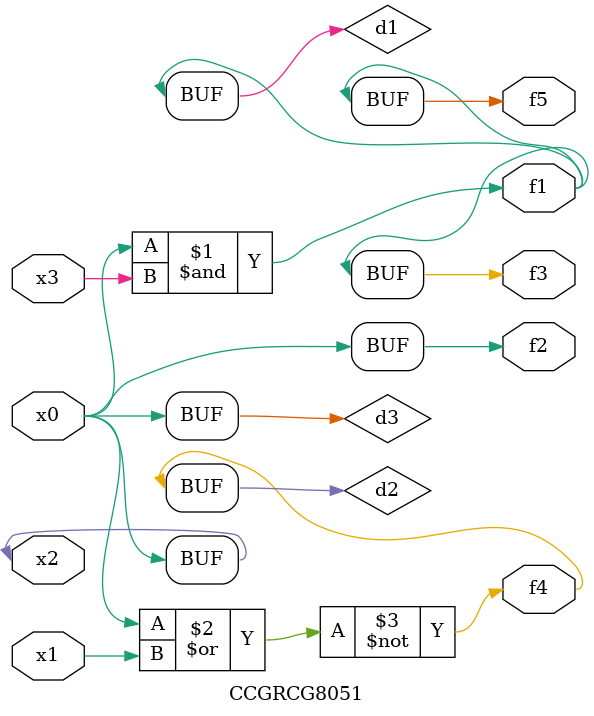
<source format=v>
module CCGRCG8051(
	input x0, x1, x2, x3,
	output f1, f2, f3, f4, f5
);

	wire d1, d2, d3;

	and (d1, x2, x3);
	nor (d2, x0, x1);
	buf (d3, x0, x2);
	assign f1 = d1;
	assign f2 = d3;
	assign f3 = d1;
	assign f4 = d2;
	assign f5 = d1;
endmodule

</source>
